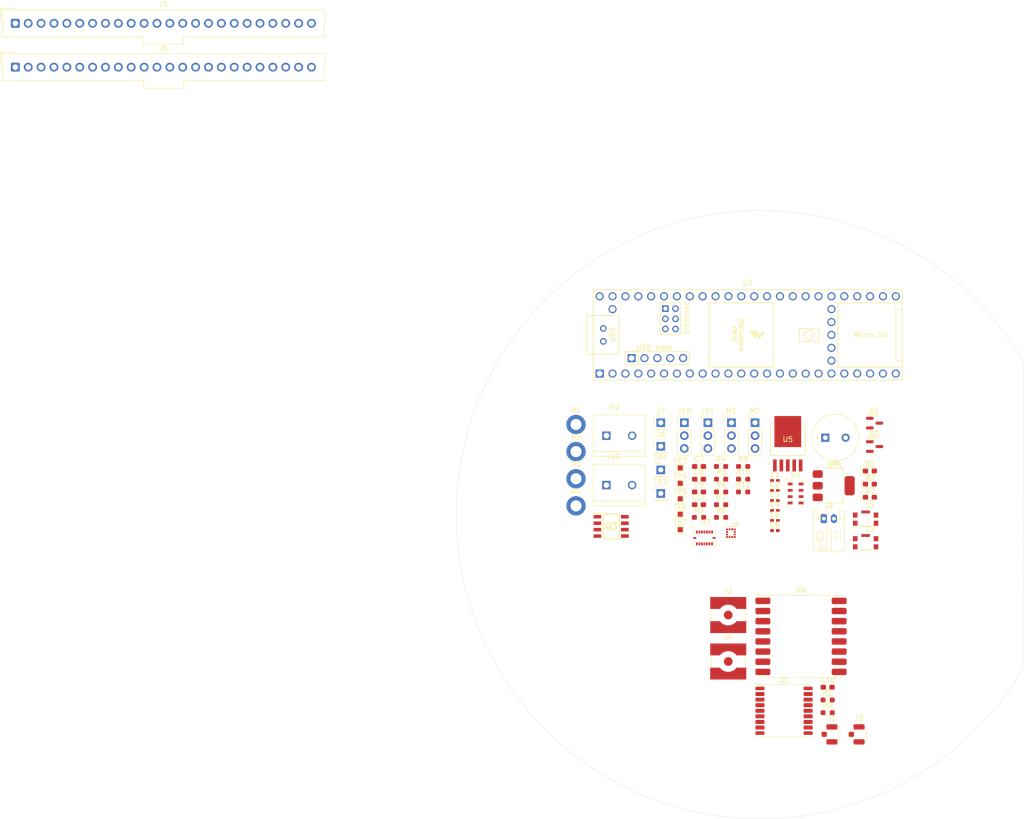
<source format=kicad_pcb>
(kicad_pcb (version 20240108) (generator "pcbnew") (generator_version "8.0")
  (layers (0 "F.Cu" signal) (31 "B.Cu" signal) (34 "B.Paste" user) (35 "F.Paste" user) (36 "B.SilkS" user "B.Silkscreen") (37 "F.SilkS" user "F.Silkscreen") (38 "B.Mask" user) (39 "F.Mask" user) (44 "Edge.Cuts" user))
  (net 0 "")
  (net 1 "/buzz_pwm")
  (net 2 "GND")
  (net 3 "/teensy_3.3v")
  (net 4 "Net-(U2-C1)")
  (net 5 "/VBATT")
  (net 6 "/ldo_6v")
  (net 7 "/ldo_5v")
  (net 8 "Net-(D1-A)")
  (net 9 "Net-(D2-A)")
  (net 10 "Net-(D3-A)")
  (net 11 "/LED2")
  (net 12 "/FREE12")
  (net 13 "/SENSE_miso")
  (net 14 "/FREE1")
  (net 15 "/radio_sck")
  (net 16 "/radio_dio2")
  (net 17 "/imu_accel_int1")
  (net 18 "/LED3")
  (net 19 "/radio_miso")
  (net 20 "/FREE5")
  (net 21 "/FREE11")
  (net 22 "/radio_cs")
  (net 23 "/FREE2")
  (net 24 "/SENSE_mosi")
  (net 25 "/radio_dio5")
  (net 26 "/radio_reset")
  (net 27 "/radio_mosi")
  (net 28 "/baro_cs")
  (net 29 "/LED1")
  (net 30 "/imu_gyro_int1")
  (net 31 "/radio_dio1")
  (net 32 "/radio_dio0")
  (net 33 "/servo1_pwm")
  (net 34 "/FREE6")
  (net 35 "/FREE8")
  (net 36 "/GPS_sda")
  (net 37 "/imu_gyro_cs")
  (net 38 "/PYRO1")
  (net 39 "/GPS_scl")
  (net 40 "/FREE10")
  (net 41 "/mag_cs")
  (net 42 "/SENSE_sck")
  (net 43 "/GPS_reset")
  (net 44 "/radio_dio3")
  (net 45 "/PYRO2")
  (net 46 "/radio_dio4")
  (net 47 "/FREE9")
  (net 48 "/GPS_int")
  (net 49 "/FREE7")
  (net 50 "/servo2_pwm")
  (net 51 "/imu_accel_cs")
  (net 52 "Net-(Q3-D1_1)")
  (net 53 "Net-(Q3-D2_1)")
  (net 54 "Net-(Q1-C)")
  (net 55 "Net-(Q1-B)")
  (net 56 "Net-(Q2-C)")
  (net 57 "Net-(Q2-B)")
  (net 58 "Net-(U5-ADJ)")
  (net 59 "Net-(U7-PROGRAM)")
  (net 60 "/teensy_onoff")
  (net 81 "Net-(J1-In)")
  (net 82 "Net-(J3-In)")
  (footprint "Connector_PinHeader_2.54mm:PinHeader_1x03_P2.54mm_Vertical" (layer "F.Cu") (at 144.28 81.859)
    (property "Reference" "M1" (at 0 -2.33 0) (layer "F.SilkS"))
    (property "Value" "Motor_Servo")
    (pad "1" thru_hole rect (at 0 0) (size 1.7 1.7) (drill 1) (layers "*.Cu" "*.Mask") (net 33 "/servo1_pwm"))
    (pad "2" thru_hole oval (at 0 2.54) (size 1.7 1.7) (drill 1) (layers "*.Cu" "*.Mask") (net 6 "/ldo_6v"))
    (pad "3" thru_hole oval (at 0 5.08) (size 1.7 1.7) (drill 1) (layers "*.Cu" "*.Mask") (net 2 "GND"))
  )
  (footprint "MountingHole:MountingHole_2.2mm_M2_DIN965_Pad" (layer "F.Cu") (at 113.62 92.909)
    (property "Reference" "H3" (at 0 -2.9 0) (layer "F.SilkS"))
    (property "Value" "MountingHole_Pad")
    (pad "1" thru_hole circle (at 0 0) (size 3.8 3.8) (drill 2.2) (layers "*.Cu" "*.Mask") (net 2 "GND"))
  )
  (footprint "Connector_PinHeader_2.54mm:PinHeader_1x01_P2.54mm_Vertical" (layer "F.Cu") (at 130.33 86.509)
    (property "Reference" "J8" (at 0 -2.33 0) (layer "F.SilkS"))
    (property "Value" "Conn_01x01")
    (pad "1" thru_hole rect (at 0 0) (size 1.7 1.7) (drill 1) (layers "*.Cu" "*.Mask") (net 2 "GND"))
  )
  (footprint "HPRfootprints:SOIC127P600X175-8N" (layer "F.Cu") (at 120.545 102.309)
    (property "Reference" "Q3" (at 0 0 0) (layer "F.SilkS") (effects (font (size 1.27 1.27) (thickness 0.254))))
    (property "Value" "SI4925DDY-T1-GE3" (hide yes))
    (pad "1" smd rect (at -2.712 -1.905 90) (size 0.7 1.525) (layers "F.Cu" "F.Paste" "F.Mask") (net 5 "/VBATT"))
    (pad "2" smd rect (at -2.712 -0.635 90) (size 0.7 1.525) (layers "F.Cu" "F.Paste" "F.Mask") (net 54 "Net-(Q1-C)"))
    (pad "3" smd rect (at -2.712 0.635 90) (size 0.7 1.525) (layers "F.Cu" "F.Paste" "F.Mask") (net 5 "/VBATT"))
    (pad "4" smd rect (at -2.712 1.905 90) (size 0.7 1.525) (layers "F.Cu" "F.Paste" "F.Mask") (net 56 "Net-(Q2-C)"))
    (pad "5" smd rect (at 2.712 1.905 90) (size 0.7 1.525) (layers "F.Cu" "F.Paste" "F.Mask") (net 53 "Net-(Q3-D2_1)"))
    (pad "6" smd rect (at 2.712 0.635 90) (size 0.7 1.525) (layers "F.Cu" "F.Paste" "F.Mask") (net 53 "Net-(Q3-D2_1)"))
    (pad "7" smd rect (at 2.712 -0.635 90) (size 0.7 1.525) (layers "F.Cu" "F.Paste" "F.Mask") (net 52 "Net-(Q3-D1_1)"))
    (pad "8" smd rect (at 2.712 -1.905 90) (size 0.7 1.525) (layers "F.Cu" "F.Paste" "F.Mask") (net 52 "Net-(Q3-D1_1)"))
  )
  (footprint "Connector_PinHeader_2.54mm:PinHeader_1x01_P2.54mm_Vertical" (layer "F.Cu") (at 130.33 95.809)
    (property "Reference" "TP2" (at 0 -2.33 0) (layer "F.SilkS"))
    (property "Value" "TestPoint")
    (pad "1" thru_hole rect (at 0 0) (size 1.7 1.7) (drill 1) (layers "*.Cu" "*.Mask") (net 7 "/ldo_5v"))
  )
  (footprint "Capacitor_SMD:C_0402_1005Metric_Pad0.74x0.62mm_HandSolder" (layer "F.Cu") (at 152.86 101.159)
    (property "Reference" "C5" (at 0 -1.16 0) (layer "F.SilkS"))
    (property "Value" "0.1uF")
    (pad "1" smd roundrect (at -0.5675 0) (size 0.735 0.62) (layers "F.Cu" "F.Paste" "F.Mask") (net 3 "/teensy_3.3v"))
    (pad "2" smd roundrect (at 0.5675 0) (size 0.735 0.62) (layers "F.Cu" "F.Paste" "F.Mask") (net 2 "GND"))
  )
  (footprint "Package_TO_SOT_SMD:SOT-23" (layer "F.Cu") (at 172.51 86.559)
    (property "Reference" "Q2" (at 0 -2.4 0) (layer "F.SilkS"))
    (property "Value" "MMBT3904")
    (pad "1" smd roundrect (at -0.9375 -0.95) (size 1.475 0.6) (layers "F.Cu" "F.Paste" "F.Mask") (net 57 "Net-(Q2-B)"))
    (pad "2" smd roundrect (at -0.9375 0.95) (size 1.475 0.6) (layers "F.Cu" "F.Paste" "F.Mask") (net 2 "GND"))
    (pad "3" smd roundrect (at 0.9375 0) (size 1.475 0.6) (layers "F.Cu" "F.Paste" "F.Mask") (net 56 "Net-(Q2-C)"))
  )
  (footprint "Resistor_SMD:R_0603_1608Metric_Pad0.98x0.95mm_HandSolder" (layer "F.Cu") (at 163.25 139.049)
    (property "Reference" "R2" (at 0 -1.43 0) (layer "F.SilkS"))
    (property "Value" "4.7k")
    (pad "1" smd roundrect (at -0.9125 0) (size 0.975 0.95) (layers "F.Cu" "F.Paste" "F.Mask") (net 3 "/teensy_3.3v"))
    (pad "2" smd roundrect (at 0.9125 0) (size 0.975 0.95) (layers "F.Cu" "F.Paste" "F.Mask") (net 36 "/GPS_sda"))
  )
  (footprint "HPRfootprints:TE_282837-2" (layer "F.Cu") (at 122.15 84.409)
    (property "Reference" "J12" (at -1.127255 -5.614945 0) (layer "F.SilkS") (effects (font (size 1.002039 1.002039))))
    (property "Value" "282837-2")
    (pad "1" thru_hole rect (at -2.54 0) (size 1.65 1.65) (drill 1.1) (layers "*.Cu" "*.Mask") (net 52 "Net-(Q3-D1_1)"))
    (pad "2" thru_hole circle (at 2.54 0) (size 1.65 1.65) (drill 1.1) (layers "*.Cu" "*.Mask") (net 2 "GND"))
  )
  (footprint "Capacitor_SMD:C_0402_1005Metric_Pad0.74x0.62mm_HandSolder" (layer "F.Cu") (at 152.86 93.279)
    (property "Reference" "C1" (at 0 -1.16 0) (layer "F.SilkS"))
    (property "Value" "0.1uF")
    (pad "1" smd roundrect (at -0.5675 0) (size 0.735 0.62) (layers "F.Cu" "F.Paste" "F.Mask") (net 3 "/teensy_3.3v"))
    (pad "2" smd roundrect (at 0.5675 0) (size 0.735 0.62) (layers "F.Cu" "F.Paste" "F.Mask") (net 2 "GND"))
  )
  (footprint "Connector_PinHeader_2.54mm:PinHeader_1x01_P2.54mm_Vertical" (layer "F.Cu") (at 130.33 91.159)
    (property "Reference" "TP1" (at 0 -2.33 0) (layer "F.SilkS"))
    (property "Value" "TestPoint")
    (pad "1" thru_hole rect (at 0 0) (size 1.7 1.7) (drill 1) (layers "*.Cu" "*.Mask") (net 6 "/ldo_6v"))
  )
  (footprint "Capacitor_SMD:C_0402_1005Metric_Pad0.74x0.62mm_HandSolder" (layer "F.Cu") (at 152.86 99.189)
    (property "Reference" "C4" (at 0 -1.16 0) (layer "F.SilkS"))
    (property "Value" "100nF")
    (pad "1" smd roundrect (at -0.5675 0) (size 0.735 0.62) (layers "F.Cu" "F.Paste" "F.Mask") (net 3 "/teensy_3.3v"))
    (pad "2" smd roundrect (at 0.5675 0) (size 0.735 0.62) (layers "F.Cu" "F.Paste" "F.Mask") (net 2 "GND"))
  )
  (footprint "HPRfootprints:PQFN50P450X300X100-16N" (layer "F.Cu") (at 138.945 104.584)
    (property "Reference" "U3" (at 0.178 -3.121 0) (layer "F.SilkS"))
    (property "Value" "BMI088")
    (pad "1" smd rect (at -1.5 -1.165) (size 0.35 0.59) (layers "F.Cu" "F.Paste" "F.Mask"))
    (pad "2" smd rect (at -1 -1.165) (size 0.35 0.59) (layers "F.Cu" "F.Paste" "F.Mask") (net 2 "GND"))
    (pad "3" smd rect (at -0.5 -1.165) (size 0.35 0.59) (layers "F.Cu" "F.Paste" "F.Mask") (net 3 "/teensy_3.3v"))
    (pad "4" smd rect (at 0 -1.165) (size 0.35 0.59) (layers "F.Cu" "F.Paste" "F.Mask") (net 2 "GND"))
    (pad "5" smd rect (at 0.5 -1.165) (size 0.35 0.59) (layers "F.Cu" "F.Paste" "F.Mask") (net 37 "/imu_gyro_cs"))
    (pad "6" smd rect (at 1 -1.165) (size 0.35 0.59) (layers "F.Cu" "F.Paste" "F.Mask") (net 2 "GND"))
    (pad "7" smd rect (at 1.5 -1.165) (size 0.35 0.59) (layers "F.Cu" "F.Paste" "F.Mask") (net 2 "GND"))
    (pad "8" smd rect (at 1.915 0) (size 0.59 0.35) (layers "F.Cu" "F.Paste" "F.Mask") (net 42 "/SENSE_sck"))
    (pad "9" smd rect (at 1.5 1.165) (size 0.35 0.59) (layers "F.Cu" "F.Paste" "F.Mask") (net 24 "/SENSE_mosi"))
    (pad "10" smd rect (at 1 1.165) (size 0.35 0.59) (layers "F.Cu" "F.Paste" "F.Mask") (net 13 "/SENSE_miso"))
    (pad "11" smd rect (at 0.5 1.165) (size 0.35 0.59) (layers "F.Cu" "F.Paste" "F.Mask") (net 3 "/teensy_3.3v"))
    (pad "12" smd rect (at 0 1.165) (size 0.35 0.59) (layers "F.Cu" "F.Paste" "F.Mask") (net 30 "/imu_gyro_int1"))
    (pad "13" smd rect (at -0.5 1.165) (size 0.35 0.59) (layers "F.Cu" "F.Paste" "F.Mask"))
    (pad "14" smd rect (at -1 1.165) (size 0.35 0.59) (layers "F.Cu" "F.Paste" "F.Mask") (net 51 "/imu_accel_cs"))
    (pad "15" smd rect (at -1.5 1.165) (size 0.35 0.59) (layers "F.Cu" "F.Paste" "F.Mask") (net 13 "/SENSE_miso"))
    (pad "16" smd rect (at -1.915 0) (size 0.59 0.35) (layers "F.Cu" "F.Paste" "F.Mask") (net 17 "/imu_accel_int1"))
  )
  (footprint "HPRfootprints:PQFN50P200X200X70-12N" (layer "F.Cu") (at 144.165 103.6475)
    (property "Reference" "U2" (at 0.932 -1.8064 0) (layer "F.SilkS") (effects (font (size 0.64 0.64))))
    (property "Value" "LIS2MDLTR")
    (pad "1" smd roundrect (at -0.76 -0.75) (size 0.41 0.35) (layers "F.Cu" "F.Paste" "F.Mask") (net 42 "/SENSE_sck"))
    (pad "2" smd roundrect (at -0.76 -0.25) (size 0.41 0.35) (layers "F.Cu" "F.Paste" "F.Mask"))
    (pad "3" smd roundrect (at -0.76 0.25) (size 0.41 0.35) (layers "F.Cu" "F.Paste" "F.Mask") (net 41 "/mag_cs"))
    (pad "4" smd roundrect (at -0.76 0.75) (size 0.41 0.35) (layers "F.Cu" "F.Paste" "F.Mask") (net 24 "/SENSE_mosi"))
    (pad "5" smd roundrect (at -0.25 0.76) (size 0.35 0.41) (layers "F.Cu" "F.Paste" "F.Mask") (net 4 "Net-(U2-C1)"))
    (pad "6" smd roundrect (at 0.25 0.76) (size 0.35 0.41) (layers "F.Cu" "F.Paste" "F.Mask") (net 2 "GND"))
    (pad "7" smd roundrect (at 0.76 0.75) (size 0.41 0.35) (layers "F.Cu" "F.Paste" "F.Mask") (net 13 "/SENSE_miso"))
    (pad "8" smd roundrect (at 0.76 0.25) (size 0.41 0.35) (layers "F.Cu" "F.Paste" "F.Mask") (net 2 "GND"))
    (pad "9" smd roundrect (at 0.76 -0.25) (size 0.41 0.35) (layers "F.Cu" "F.Paste" "F.Mask") (net 3 "/teensy_3.3v"))
    (pad "10" smd roundrect (at 0.76 -0.75) (size 0.41 0.35) (layers "F.Cu" "F.Paste" "F.Mask") (net 3 "/teensy_3.3v"))
    (pad "11" smd roundrect (at 0.25 -0.76) (size 0.35 0.41) (layers "F.Cu" "F.Paste" "F.Mask"))
    (pad "12" smd roundrect (at -0.25 -0.76) (size 0.35 0.41) (layers "F.Cu" "F.Paste" "F.Mask"))
  )
  (footprint "Connector_JST:JST_PH_S2B-PH-K_1x02_P2.00mm_Horizontal" (layer "F.Cu") (at 162.49 100.779)
    (property "Reference" "J9" (at 1 -2.55 0) (layer "F.SilkS"))
    (property "Value" "Conn_01x02")
    (pad "1" thru_hole roundrect (at 0 0) (size 1.2 1.75) (drill 0.75) (layers "*.Cu" "*.Mask") (roundrect_rratio 0.208333) (net 5 "/VBATT"))
    (pad "2" thru_hole oval (at 2 0) (size 1.2 1.75) (drill 0.75) (layers "*.Cu" "*.Mask") (net 2 "GND"))
  )
  (footprint "Connector_Molex:Molex_SL_171971-0024_1x24_P2.54mm_Vertical" (layer "F.Cu") (at 3.025 11.725)
    (property "Reference" "J6" (at 29.21 -3.75 0) (layer "F.SilkS"))
    (property "Value" "Conn_01x24")
    (pad "1" thru_hole roundrect (at 0 0) (size 1.74 1.74) (drill 1.09) (layers "*.Cu" "*.Mask") (roundrect_rratio 0.143678) (net 1 "/buzz_pwm"))
    (pad "2" thru_hole circle (at 2.54 0) (size 1.74 1.74) (drill 1.09) (layers "*.Cu" "*.Mask") (net 44 "/radio_dio3"))
    (pad "3" thru_hole circle (at 5.08 0) (size 1.74 1.74) (drill 1.09) (layers "*.Cu" "*.Mask") (net 46 "/radio_dio4"))
    (pad "4" thru_hole circle (at 7.62 0) (size 1.74 1.74) (drill 1.09) (layers "*.Cu" "*.Mask") (net 37 "/imu_gyro_cs"))
    (pad "5" thru_hole circle (at 10.16 0) (size 1.74 1.74) (drill 1.09) (layers "*.Cu" "*.Mask") (net 51 "/imu_accel_cs"))
    (pad "6" thru_hole circle (at 12.7 0) (size 1.74 1.74) (drill 1.09) (layers "*.Cu" "*.Mask") (net 41 "/mag_cs"))
    (pad "7" thru_hole circle (at 15.24 0) (size 1.74 1.74) (drill 1.09) (layers "*.Cu" "*.Mask") (net 34 "/FREE6"))
    (pad "8" thru_hole circle (at 17.78 0) (size 1.74 1.74) (drill 1.09) (layers "*.Cu" "*.Mask") (net 38 "/PYRO1"))
    (pad "9" thru_hole circle (at 20.32 0) (size 1.74 1.74) (drill 1.09) (layers "*.Cu" "*.Mask") (net 45 "/PYRO2"))
    (pad "10" thru_hole circle (at 22.86 0) (size 1.74 1.74) (drill 1.09) (layers "*.Cu" "*.Mask") (net 2 "GND"))
    (pad "11" thru_hole circle (at 25.4 0) (size 1.74 1.74) (drill 1.09) (layers "*.Cu" "*.Mask") (net 42 "/SENSE_sck"))
    (pad "12" thru_hole circle (at 27.94 0) (size 1.74 1.74) (drill 1.09) (layers "*.Cu" "*.Mask") (net 50 "/servo2_pwm"))
    (pad "13" thru_hole circle (at 30.48 0) (size 1.74 1.74) (drill 1.09) (layers "*.Cu" "*.Mask") (net 33 "/servo1_pwm"))
    (pad "14" thru_hole circle (at 33.02 0) (size 1.74 1.74) (drill 1.09) (layers "*.Cu" "*.Mask") (net 40 "/FREE10"))
    (pad "15" thru_hole circle (at 35.56 0) (size 1.74 1.74) (drill 1.09) (layers "*.Cu" "*.Mask") (net 47 "/FREE9"))
    (pad "16" thru_hole circle (at 38.1 0) (size 1.74 1.74) (drill 1.09) (layers "*.Cu" "*.Mask") (net 36 "/GPS_sda"))
    (pad "17" thru_hole circle (at 40.64 0) (size 1.74 1.74) (drill 1.09) (layers "*.Cu" "*.Mask") (net 39 "/GPS_scl"))
    (pad "18" thru_hole circle (at 43.18 0) (size 1.74 1.74) (drill 1.09) (layers "*.Cu" "*.Mask") (net 43 "/GPS_reset"))
    (pad "19" thru_hole circle (at 45.72 0) (size 1.74 1.74) (drill 1.09) (layers "*.Cu" "*.Mask") (net 48 "/GPS_int"))
    (pad "20" thru_hole circle (at 48.26 0) (size 1.74 1.74) (drill 1.09) (layers "*.Cu" "*.Mask") (net 35 "/FREE8"))
    (pad "21" thru_hole circle (at 50.8 0) (size 1.74 1.74) (drill 1.09) (layers "*.Cu" "*.Mask") (net 49 "/FREE7"))
    (pad "22" thru_hole circle (at 53.34 0) (size 1.74 1.74) (drill 1.09) (layers "*.Cu" "*.Mask") (net 3 "/teensy_3.3v"))
    (pad "23" thru_hole circle (at 55.88 0) (size 1.74 1.74) (drill 1.09) (layers "*.Cu" "*.Mask") (net 2 "GND"))
    (pad "24" thru_hole circle (at 58.42 0) (size 1.74 1.74) (drill 1.09) (layers "*.Cu" "*.Mask") (net 7 "/ldo_5v"))
  )
  (footprint "Connector_PinHeader_2.54mm:PinHeader_1x03_P2.54mm_Vertical" (layer "F.Cu") (at 134.98 81.859)
    (property "Reference" "J10" (at 0 -2.33 0) (layer "F.SilkS"))
    (property "Value" "Conn_01x03")
    (pad "1" thru_hole rect (at 0 0) (size 1.7 1.7) (drill 1) (layers "*.Cu" "*.Mask") (net 7 "/ldo_5v"))
    (pad "2" thru_hole oval (at 0 2.54) (size 1.7 1.7) (drill 1) (layers "*.Cu" "*.Mask") (net 7 "/ldo_5v"))
    (pad "3" thru_hole oval (at 0 5.08) (size 1.7 1.7) (drill 1) (layers "*.Cu" "*.Mask") (net 7 "/ldo_5v"))
  )
  (footprint "Capacitor_SMD:C_0603_1608Metric_Pad1.08x0.95mm_HandSolder" (layer "F.Cu") (at 137.88 90.489)
    (property "Reference" "C7" (at 0 -1.43 0) (layer "F.SilkS"))
    (property "Value" "10uF")
    (pad "1" smd roundrect (at -0.8625 0) (size 1.075 0.95) (layers "F.Cu" "F.Paste" "F.Mask") (net 5 "/VBATT"))
    (pad "2" smd roundrect (at 0.8625 0) (size 1.075 0.95) (layers "F.Cu" "F.Paste" "F.Mask") (net 2 "GND"))
  )
  (footprint "Resistor_SMD:R_0603_1608Metric_Pad0.98x0.95mm_HandSolder" (layer "F.Cu") (at 142.23 90.489)
    (property "Reference" "R4" (at 0 -1.43 0) (layer "F.SilkS"))
    (property "Value" "4.7k")
    (pad "1" smd roundrect (at -0.9125 0) (size 0.975 0.95) (layers "F.Cu" "F.Paste" "F.Mask") (net 58 "Net-(U5-ADJ)"))
    (pad "2" smd roundrect (at 0.9125 0) (size 0.975 0.95) (layers "F.Cu" "F.Paste" "F.Mask") (net 6 "/ldo_6v"))
  )
  (footprint "LED_SMD:LED_0603_1608Metric_Pad1.05x0.95mm_HandSolder" (layer "F.Cu") (at 171.585 91.379)
    (property "Reference" "D1" (at 0 -1.43 0) (layer "F.SilkS"))
    (property "Value" "LED")
    (pad "1" smd roundrect (at -0.875 0) (size 1.05 0.95) (layers "F.Cu" "F.Paste" "F.Mask") (net 2 "GND"))
    (pad "2" smd roundrect (at 0.875 0) (size 1.05 0.95) (layers "F.Cu" "F.Paste" "F.Mask") (net 8 "Net-(D1-A)"))
  )
  (footprint "Connector_Coaxial:SMA_Amphenol_132134-10_Vertical" (layer "F.Cu") (at 143.64 119.789)
    (property "Reference" "J2" (at 0 -4.75 0) (layer "F.SilkS"))
    (property "Value" "Conn_Coaxial")
    (pad "1" smd circle (at 0 0 90) (size 1.73 1.73) (layers "F.Cu" "F.Paste" "F.Mask") (net 81 "Net-(J1-In)"))
    (pad "2" smd custom (at 0 -2.8 180) (size 7.11 1.51) (layers "F.Cu" "F.Paste" "F.Mask") (net 2 "GND") (options (clearance outline) (anchor rect)) (primitives (gr_poly (pts (xy -1.5 -1.42) (xy -1.36 -1.28) (xy -1.205 -1.155) (xy -1.035 -1.045) (xy -0.86 -0.95) (xy -0.675 -0.875) (xy -0.48 -0.82) (xy -0.28 -0.78) (xy -0.085 -0.765) (xy 0 -0.765) (xy 0 0.755) (xy -3.555 0.755) (xy -3.555 -1.595) (xy -1.645 -1.595)) (width 0) (fill yes)) (gr_poly (pts (xy 3.555 0.755) (xy 0 0.755) (xy 0 -0.765) (xy 0.085 -0.765) (xy 0.28 -0.78) (xy 0.48 -0.82) (xy 0.675 -0.875) (xy 0.86 -0.95) (xy 1.035 -1.045) (xy 1.205 -1.155) (xy 1.36 -1.28) (xy 1.5 -1.42) (xy 1.645 -1.595) (xy 3.555 -1.595)) (width 0) (fill yes))))
    (pad "2" smd custom (at 0 2.8) (size 7.11 1.51) (layers "F.Cu" "F.Paste" "F.Mask") (net 2 "GND") (options (clearance outline) (anchor rect)) (primitives (gr_poly (pts (xy -1.5 -1.42) (xy -1.36 -1.28) (xy -1.205 -1.155) (xy -1.035 -1.045) (xy -0.86 -0.95) (xy -0.675 -0.875) (xy -0.48 -0.82) (xy -0.28 -0.78) (xy -0.085 -0.765) (xy 0 -0.765) (xy 0 0.755) (xy -3.555 0.755) (xy -3.555 -1.595) (xy -1.645 -1.595)) (width 0) (fill yes)) (gr_poly (pts (xy 3.555 0.755) (xy 0 0.755) (xy 0 -0.765) (xy 0.085 -0.765) (xy 0.28 -0.78) (xy 0.48 -0.82) (xy 0.675 -0.875) (xy 0.86 -0.95) (xy 1.035 -1.045) (xy 1.205 -1.155) (xy 1.36 -1.28) (xy 1.5 -1.42) (xy 1.645 -1.595) (xy 3.555 -1.595)) (width 0) (fill yes))))
  )
  (footprint "Connector_PinHeader_2.54mm:PinHeader_1x03_P2.54mm_Vertical" (layer "F.Cu") (at 148.93 81.859)
    (property "Reference" "M2" (at 0 -2.33 0) (layer "F.SilkS"))
    (property "Value" "Motor_Servo")
    (pad "1" thru_hole rect (at 0 0) (size 1.7 1.7) (drill 1) (layers "*.Cu" "*.Mask") (net 50 "/servo2_pwm"))
    (pad "2" thru_hole oval (at 0 2.54) (size 1.7 1.7) (drill 1) (layers "*.Cu" "*.Mask") (net 6 "/ldo_6v"))
    (pad "3" thru_hole oval (at 0 5.08) (size 1.7 1.7) (drill 1) (layers "*.Cu" "*.Mask") (net 2 "GND"))
  )
  (footprint "HPRfootprints:Teensy41" (layer "F.Cu") (at 147.49 64.54)
    (property "Reference" "U7" (at 0 -10.16 0) (layer "F.SilkS"))
    (property "Value" "Teensy4.1")
    (fp_text user "DVJ6A" (at -2.54 -0.18 -90) (layer "F.SilkS") (effects (font (size 0.7 0.7))))
    (fp_text user "Micro SD" (at 24.13 0 0) (layer "F.SilkS"))
    (fp_text user "MIMXRT1062" (at -1.27 0 -90) (layer "F.SilkS") (effects (font (size 0.7 0.7))))
    (fp_text user "USB Host" (at -18.4658 2.4892 0) (layer "F.SilkS"))
    (fp_text user "Ethernet" (at -12.065 -3.2766 90) (layer "F.SilkS"))
    (fp_text user "USB" (at -26.67 0 -90) (layer "F.SilkS"))
    (pad "1" thru_hole rect (at -29.21 7.62) (size 1.6 1.6) (drill 1.1) (layers "*.Cu" "*.Mask") (net 2 "GND"))
    (pad "2" thru_hole circle (at -26.67 7.62) (size 1.6 1.6) (drill 1.1) (layers "*.Cu" "*.Mask") (net 26 "/radio_reset"))
    (pad "3" thru_hole circle (at -24.13 7.62) (size 1.6 1.6) (drill 1.1) (layers "*.Cu" "*.Mask") (net 19 "/radio_miso"))
    (pad "4" thru_hole circle (at -21.59 7.62) (size 1.6 1.6) (drill 1.1) (layers "*.Cu" "*.Mask") (net 18 "/LED3"))
    (pad "5" thru_hole circle (at -19.05 7.62) (size 1.6 1.6) (drill 1.1) (layers "*.Cu" "*.Mask") (net 11 "/LED2"))
    (pad "6" thru_hole circle (at -16.51 7.62) (size 1.6 1.6) (drill 1.1) (layers "*.Cu" "*.Mask") (net 29 "/LED1"))
    (pad "7" thru_hole circle (at -13.97 7.62) (size 1.6 1.6) (drill 1.1) (layers "*.Cu" "*.Mask") (net 21 "/FREE11"))
    (pad "8" thru_hole circle (at -11.43 7.62) (size 1.6 1.6) (drill 1.1) (layers "*.Cu" "*.Mask") (net 12 "/FREE12"))
    (pad "9" thru_hole circle (at -8.89 7.62) (size 1.6 1.6) (drill 1.1) (layers "*.Cu" "*.Mask") (net 20 "/FREE5"))
    (pad "10" thru_hole circle (at -6.35 7.62) (size 1.6 1.6) (drill 1.1) (layers "*.Cu" "*.Mask") (net 14 "/FREE1"))
    (pad "11" thru_hole circle (at -3.81 7.62) (size 1.6 1.6) (drill 1.1) (layers "*.Cu" "*.Mask") (net 23 "/FREE2"))
    (pad "12" thru_hole circle (at -1.27 7.62) (size 1.6 1.6) (drill 1.1) (layers "*.Cu" "*.Mask") (net 28 "/baro_cs"))
    (pad "13" thru_hole circle (at 1.27 7.62) (size 1.6 1.6) (drill 1.1) (layers "*.Cu" "*.Mask") (net 24 "/SENSE_mosi"))
    (pad "14" thru_hole circle (at 3.81 7.62) (size 1.6 1.6) (drill 1.1) (layers "*.Cu" "*.Mask") (net 13 "/SENSE_miso"))
    (pad "15" thru_hole circle (at 6.35 7.62) (size 1.6 1.6) (drill 1.1) (layers "*.Cu" "*.Mask") (net 3 "/teensy_3.3v"))
    (pad "16" thru_hole circle (at 8.89 7.62) (size 1.6 1.6) (drill 1.1) (layers "*.Cu" "*.Mask") (net 17 "/imu_accel_int1"))
    (pad "17" thru_hole circle (at 11.43 7.62) (size 1.6 1.6) (drill 1.1) (layers "*.Cu" "*.Mask") (net 30 "/imu_gyro_int1"))
    (pad "18" thru_hole circle (at 13.97 7.62) (size 1.6 1.6) (drill 1.1) (layers "*.Cu" "*.Mask") (net 27 "/radio_mosi"))
    (pad "19" thru_hole circle (at 16.51 7.62) (size 1.6 1.6) (drill 1.1) (layers "*.Cu" "*.Mask") (net 15 "/radio_sck"))
    (pad "20" thru_hole circle (at 19.05 7.62) (size 1.6 1.6) (drill 1.1) (layers "*.Cu" "*.Mask") (net 22 "/radio_cs"))
    (pad "21" thru_hole circle (at 21.59 7.62) (size 1.6 1.6) (drill 1.1) (layers "*.Cu" "*.Mask") (net 32 "/radio_dio0"))
    (pad "22" thru_hole circle (at 24.13 7.62) (size 1.6 1.6) (drill 1.1) (layers "*.Cu" "*.Mask") (net 31 "/radio_dio1"))
    (pad "23" thru_hole circle (at 26.67 7.62) (size 1.6 1.6) (drill 1.1) (layers "*.Cu" "*.Mask") (net 16 "/radio_dio2"))
    (pad "24" thru_hole circle (at 29.21 7.62) (size 1.6 1.6) (drill 1.1) (layers "*.Cu" "*.Mask") (net 25 "/radio_dio5"))
    (pad "25" thru_hole circle (at 29.21 -7.62) (size 1.6 1.6) (drill 1.1) (layers "*.Cu" "*.Mask") (net 1 "/buzz_pwm"))
    (pad "26" thru_hole circle (at 26.67 -7.62) (size 1.6 1.6) (drill 1.1) (layers "*.Cu" "*.Mask") (net 44 "/radio_dio3"))
    (pad "27" thru_hole circle (at 24.13 -7.62) (size 1.6 1.6) (drill 1.1) (layers "*.Cu" "*.Mask") (net 46 "/radio_dio4"))
    (pad "28" thru_hole circle (at 21.59 -7.62) (size 1.6 1.6) (drill 1.1) (layers "*.Cu" "*.Mask") (net 37 "/imu_gyro_cs"))
    (pad "29" thru_hole circle (at 19.05 -7.62) (size 1.6 1.6) (drill 1.1) (layers "*.Cu" "*.Mask") (net 51 "/imu_accel_cs"))
    (pad "30" thru_hole circle (at 16.51 -7.62) (size 1.6 1.6) (drill 1.1) (layers "*.Cu" "*.Mask") (net 41 "/mag_cs"))
    (pad "31" thru_hole circle (at 13.97 -7.62) (size 1.6 1.6) (drill 1.1) (layers "*.Cu" "*.Mask") (net 34 "/FREE6"))
    (pad "32" thru_hole circle (at 11.43 -7.62) (size 1.6 1.6) (drill 1.1) (layers "*.Cu" "*.Mask") (net 38 "/PYRO1"))
    (pad "33" thru_hole circle (at 8.89 -7.62) (size 1.6 1.6) (drill 1.1) (layers "*.Cu" "*.Mask") (net 45 "/PYRO2"))
    (pad "34" thru_hole circle (at 6.35 -7.62) (size 1.6 1.6) (drill 1.1) (layers "*.Cu" "*.Mask") (net 2 "GND"))
    (pad "35" thru_hole circle (at 3.81 -7.62) (size 1.6 1.6) (drill 1.1) (layers "*.Cu" "*.Mask") (net 42 "/SENSE_sck"))
    (pad "36" thru_hole circle (at 1.27 -7.62) (size 1.6 1.6) (drill 1.1) (layers "*.Cu" "*.Mask") (net 50 "/servo2_pwm"))
    (pad "37" thru_hole circle (at -1.27 -7.62) (size 1.6 1.6) (drill 1.1) (layers "*.Cu" "*.Mask") (net 33 "/servo1_pwm"))
    (pad "38" thru_hole circle (at -3.81 -7.62) (size 1.6 1.6) (drill 1.1) (layers "*.Cu" "*.Mask") (net 40 "/FREE10"))
    (pad "39" thru_hole circle (at -6.35 -7.62) (size 1.6 1.6) (drill 1.1) (layers "*.Cu" "*.Mask") (net 47 "/FREE9"))
    (pad "40" thru_hole circle (at -8.89 -7.62) (size 1.6 1.6) (drill 1.1) (layers "*.Cu" "*.Mask") (net 36 "/GPS_sda"))
    (pad "41" thru_hole circle (at -11.43 -7.62) (size 1.6 1.6) (drill 1.1) (layers "*.Cu" "*.Mask") (net 39 "/GPS_scl"))
    (pad "42" thru_hole circle (at -13.97 -7.62) (size 1.6 1.6) (drill 1.1) (layers "*.Cu" "*.Mask") (net 43 "/GPS_reset"))
    (pad "43" thru_hole circle (at -16.51 -7.62) (size 1.6 1.6) (drill 1.1) (layers "*.Cu" "*.Mask") (net 48 "/GPS_int"))
    (pad "44" thru_hole circle (at -19.05 -7.62) (size 1.6 1.6) (drill 1.1) (layers "*.Cu" "*.Mask") (net 35 "/FREE8"))
    (pad "45" thru_hole circle (at -21.59 -7.62) (size 1.6 1.6) (drill 1.1) (layers "*.Cu" "*.Mask") (net 49 "/FREE7"))
    (pad "46" thru_hole circle (at -24.13 -7.62) (size 1.6 1.6) (drill 1.1) (layers "*.Cu" "*.Mask") (net 3 "/teensy_3.3v"))
    (pad "47" thru_hole circle (at -26.67 -7.62) (size 1.6 1.6) (drill 1.1) (layers "*.Cu" "*.Mask") (net 2 "GND"))
    (pad "48" thru_hole circle (at -29.21 -7.62) (size 1.6 1.6) (drill 1.1) (layers "*.Cu" "*.Mask") (net 7 "/ldo_5v"))
    (pad "49" thru_hole circle (at -26.67 -5.08) (size 1.6 1.6) (drill 1.1) (layers "*.Cu" "*.Mask"))
    (pad "50" thru_hole circle (at 16.51 5.08) (size 1.6 1.6) (drill 1.1) (layers "*.Cu" "*.Mask"))
    (pad "51" thru_hole circle (at 16.51 2.54) (size 1.6 1.6) (drill 1.1) (layers "*.Cu" "*.Mask") (net 3 "/teensy_3.3v"))
    (pad "52" thru_hole circle (at 16.51 0) (size 1.6 1.6) (drill 1.1) (layers "*.Cu" "*.Mask") (net 2 "GND"))
    (pad "53" thru_hole circle (at 16.51 -2.54) (size 1.6 1.6) (drill 1.1) (layers "*.Cu" "*.Mask") (net 59 "Net-(U7-PROGRAM)"))
    (pad "54" thru_hole circle (at 16.51 -5.08) (size 1.6 1.6) (drill 1.1) (layers "*.Cu" "*.Mask") (net 60 "/teensy_onoff"))
    (pad "55" thru_hole rect (at -22.9108 4.5692) (size 1.6 1.6) (drill 1.1) (layers "*.Cu" "*.Mask"))
    (pad "56" thru_hole circle (at -20.3708 4.5692) (size 1.6 1.6) (drill 1.1) (layers "*.Cu" "*.Mask"))
    (pad "57" thru_hole circle (at -17.8308 4.5692) (size 1.6 1.6) (drill 1.1) (layers "*.Cu" "*.Mask"))
    (pad "58" thru_hole circle (at -15.2908 4.5692) (size 1.6 1.6) (drill 1.1) (layers "*.Cu" "*.Mask"))
    (pad "59" thru_hole circle (at -12.7508 4.5692) (size 1.6 1.6) (drill 1.1) (layers "*.Cu" "*.Mask"))
    (pad "60" thru_hole rect (at -16.24 -5.1816) (size 1.3 1.3) (drill 0.8) (layers "*.Cu" "*.Mask"))
    (pad "61" thru_hole circle (at -16.24 -3.1816) (size 1.3 1.3) (drill 0.8) (layers "*.Cu" "*.Mask"))
    (pad "62" thru_hole circle (at -16.24 -1.1816) (size 1.3 1.3) (drill 0.8) (layers "*.Cu" "*.Mask"))
    (pad "63" thru_hole circle (at -14.24 -1.1816) (size 1.3 1.3) (drill 0.8) (layers "*.Cu" "*.Mask"))
    (pad "64" thru_hole circle (at -14.24 -3.1816) (size 1.3 1.3) (drill 0.8) (layers "*.Cu" "*.Mask"))
    (pad "65" thru_hole circle (at -14.24 -5.1816) (size 1.3 1.3) (drill 0.8) (layers "*.Cu" "*.Mask"))
    (pad "66" thru_hole circle (at -28.48 -1.27) (size 1.3 1.3) (drill 0.8) (layers "*.Cu" "*.Mask"))
    (pad "67" thru_hole circle (at -28.48 1.27) (size 1.3 1.3) (drill 0.8) (layers "*.Cu" "*.Mask"))
  )
  (footprint "Resistor_SMD:R_0603_1608Metric_Pad0.98x0.95mm_HandSolder" (layer "F.Cu") (at 163.25 136.539)
    (property "Reference" "R1" (at 0 -1.43 0) (layer "F.SilkS"))
    (property "Value" "4.7k")
    (pad "1" smd roundrect (at -0.9125 0) (size 0.975 0.95) (layers "F.Cu" "F.Paste" "F.Mask") (net 3 "/teensy_3.3v"))
    (pad "2" smd roundrect (at 0.9125 0) (size 0.975 0.95) (layers "F.Cu" "F.Paste" "F.Mask") (net 39 "/GPS_scl"))
  )
  (footprint "Package_LGA:LGA-8_3x5mm_P1.25mm" (layer "F.Cu") (at 156.935 95.814)
    (property "Reference" "U4" (at 0 -3.65 0) (layer "F.SilkS"))
    (property "Value" "MS5607-02BA")
    (pad "1" smd rect (at -1.075 -1.875) (size 0.95 0.55) (layers "F.Cu" "F.Paste" "F.Mask") (net 3 "/teensy_3.3v"))
    (pad "2" smd rect (at -1.075 -0.625) (size 0.95 0.55) (layers "F.Cu" "F.Paste" "F.Mask") (net 2 "GND"))
    (pad "3" smd rect (at -1.075 0.625) (size 0.95 0.55) (layers "F.Cu" "F.Paste" "F.Mask") (net 2 "GND"))
    (pad "4" smd rect (at -1.075 1.875) (size 0.95 0.55) (layers "F.Cu" "F.Paste" "F.Mask") (net 28 "/baro_cs"))
    (pad "5" smd rect (at 1.075 1.875) (size 0.95 0.55) (layers "F.Cu" "F.Paste" "F.Mask") (net 28 "/baro_cs"))
    (pad "6" smd rect (at 1.075 0.625) (size 0.95 0.55) (layers "F.Cu" "F.Paste" "F.Mask") (net 13 "/SENSE_miso"))
    (pad "7" smd rect (at 1.075 -0.625) (size 0.95 0.55) (layers "F.Cu" "F.Paste" "F.Mask") (net 24 "/SENSE_mosi"))
    (pad "8" smd rect (at 1.075 -1.875) (size 0.95 0.55) (layers "F.Cu" "F.Paste" "F.Mask") (net 42 "/SENSE_sck"))
  )
  (footprint "Capacitor_SMD:C_0402_1005Metric_Pad0.74x0.62mm_HandSolder" (layer "F.Cu") (at 152.86 103.129)
    (property "Reference" "C6" (at 0 -1.16 0) (layer "F.SilkS"))
    (property "Value" "10uF")
    (pad "1" smd roundrect (at -0.5675 0) (size 0.735 0.62) (layers "F.Cu" "F.Paste" "F.Mask") (net 3 "/teensy_3.3v"))
    (pad "2" smd roundrect (at 0.5675 0) (size 0.735 0.62) (layers "F.Cu" "F.Paste" "F.Mask") (net 2 "GND"))
  )
  (footprint "Capacitor_SMD:C_0603_1608Metric_Pad1.08x0.95mm_HandSolder" (layer "F.Cu") (at 137.88 98.019)
    (property "Reference" "C11" (at 0 -1.43 0) (layer "F.SilkS"))
    (property "Value" "10uF")
    (pad "1" smd roundrect (at -0.8625 0) (size 1.075 0.95) (layers "F.Cu" "F.Paste" "F.Mask") (net 7 "/ldo_5v"))
    (pad "2" smd roundrect (at 0.8625 0) (size 1.075 0.95) (layers "F.Cu" "F.Paste" "F.Mask") (net 2 "GND"))
  )
  (footprint "Capacitor_SMD:C_0402_1005Metric_Pad0.74x0.62mm_HandSolder" (layer "F.Cu") (at 152.86 97.219)
    (property "Reference" "C3" (at 0 -1.16 0) (layer "F.SilkS"))
    (property "Value" "0.1uF")
    (pad "1" smd roundrect (at -0.5675 0) (size 0.735 0.62) (layers "F.Cu" "F.Paste" "F.Mask") (net 3 "/teensy_3.3v"))
    (pad "2" smd roundrect (at 0.5675 0) (size 0.735 0.62) (layers "F.Cu" "F.Paste" "F.Mask") (net 2 "GND"))
  )
  (footprint "Package_TO_SOT_SMD:SOT-23" (layer "F.Cu") (at 172.51 81.934)
    (property "Reference" "Q1" (at 0 -2.4 0) (layer "F.SilkS"))
    (property "Value" "MMBT3904")
    (pad "1" smd roundrect (at -0.9375 -0.95) (size 1.475 0.6) (layers "F.Cu" "F.Paste" "F.Mask") (net 55 "Net-(Q1-B)"))
    (pad "2" smd roundrect (at -0.9375 0.95) (size 1.475 0.6) (layers "F.Cu" "F.Paste" "F.Mask") (net 2 "GND"))
    (pad "3" smd roundrect (at 0.9375 0) (size 1.475 0.6) (layers "F.Cu" "F.Paste" "F.Mask") (net 54 "Net-(Q1-C)"))
  )
  (footprint "Capacitor_SMD:C_0402_1005Metric_Pad0.74x0.62mm_HandSolder" (layer "F.Cu") (at 152.86 95.249)
    (property "Reference" "C2" (at 0 -1.16 0) (layer "F.SilkS"))
    (property "Value" "220nF")
    (pad "1" smd roundrect (at -0.5675 0) (size 0.735 0.62) (layers "F.Cu" "F.Paste" "F.Mask") (net 4 "Net-(U2-C1)"))
    (pad "2" smd roundrect (at 0.5675 0) (size 0.735 0.62) (layers "F.Cu" "F.Paste" "F.Mask") (net 2 "GND"))
  )
  (footprint "Capacitor_SMD:C_0603_1608Metric_Pad1.08x0.95mm_HandSolder" (layer "F.Cu") (at 137.88 92.999)
    (property "Reference" "C8" (at 0 -1.43 0) (layer "F.SilkS"))
    (property "Value" "22uF")
    (pad "1" smd roundrect (at -0.8625 0) (size 1.075 0.95) (layers "F.Cu" "F.Paste" "F.Mask") (net 6 "/ldo_6v"))
    (pad "2" smd roundrect (at 0.8625 0) (size 1.075 0.95) (layers "F.Cu" "F.Paste" "F.Mask") (net 2 "GND"))
  )
  (footprint "HPRfootprints:SW_KMR221GLFS" (layer "F.Cu") (at 170.74 100.879)
    (property "Reference" "S1" (at 0.926025 -2.687985 0) (layer "F.SilkS") (effects (font (size 1.00111 1.00111))))
    (property "Value" "KMR221GLFS")
    (pad "1" smd rect (at -2.05 -0.8) (size 0.9 1) (layers "F.Cu" "F.Paste" "F.Mask") (net 59 "Net-(U7-PROGRAM)"))
    (pad "2" smd rect (at -2.05 0.8) (size 0.9 1) (layers "F.Cu" "F.Paste" "F.Mask") (net 2 "GND"))
    (pad "3" smd rect (at 2.05 0.8) (size 0.9 1) (layers "F.Cu" "F.Paste" "F.Mask"))
    (pad "4" smd rect (at 2.05 -0.8) (size 0.9 1) (layers "F.Cu" "F.Paste" "F.Mask"))
    (pad "5" smd rect (at 0 -1.425) (size 1.7 0.55) (layers "F.Cu" "F.Paste" "F.Mask") (net 2 "GND"))
  )
  (footprint "Capacitor_SMD:C_0603_1608Metric_Pad1.08x0.95mm_HandSolder" (layer "F.Cu") (at 137.88 95.509)
    (property "Reference" "C9" (at 0 -1.43 0) (layer "F.SilkS"))
    (property "Value" "100nF")
    (pad "1" smd roundrect (at -0.8625 0) (size 1.075 0.95) (layers "F.Cu" "F.Paste" "F.Mask") (net 5 "/VBATT"))
    (pad "2" smd roundrect (at 0.8625 0) (size 1.075 0.95) (layers "F.Cu" "F.Paste" "F.Mask") (net 2 "GND"))
  )
  (footprint "MountingHole:MountingHole_2.2mm_M2_DIN965_Pad" (layer "F.Cu") (at 113.62 98.259)
    (property "Reference" "H4" (at 0 -2.9 0) (layer "F.SilkS"))
    (property "Value" "MountingHole_Pad")
    (pad "1" thru_hole circle (at 0 0) (size 3.8 3.8) (drill 2.2) (layers "*.Cu" "*.Mask") (net 2 "GND"))
  )
  (footprint "Connector_PinHeader_2.54mm:PinHeader_1x03_P2.54mm_Vertical" (layer "F.Cu") (at 139.63 81.859)
    (property "Reference" "J11" (at 0 -2.33 0) (layer "F.SilkS"))
    (property "Value" "Conn_01x03")
    (pad "1" thru_hole rect (at 0 0) (size 1.7 1.7) (drill 1) (layers "*.Cu" "*.Mask") (net 3 "/teensy_3.3v"))
    (pad "2" thru_hole oval (at 0 2.54) (size 1.7 1.7) (drill 1) (layers "*.Cu" "*.Mask") (net 3 "/teensy_3.3v"))
    (pad "3" thru_hole oval (at 0 5.08) (size 1.7 1.7) (drill 1) (layers "*.Cu" "*.Mask") (net 3 "/teensy_3.3v"))
  )
  (footprint "Resistor_SMD:R_0603_1608Metric_Pad0.98x0.95mm_HandSolder" (layer "F.Cu") (at 142.23 92.999)
    (property "Reference" "R5" (at 0 -1.43 0) (layer "F.SilkS"))
    (property "Value" "1K")
    (pad "1" smd roundrect (at -0.9125 0) (size 0.975 0.95) (layers "F.Cu" "F.Paste" "F.Mask") (net 38 "/PYRO1"))
    (pad "2" smd roundrect (at 0.9125 0) (size 0.975 0.95) (layers "F.Cu" "F.Paste" "F.Mask") (net 55 "Net-(Q1-B)"))
  )
  (footprint "Resistor_SMD:R_0603_1608Metric_Pad0.98x0.95mm_HandSolder" (layer "F.Cu") (at 142.23 95.509)
    (property "Reference" "R6" (at 0 -1.43 0) (layer "F.SilkS"))
    (property "Value" "1K")
    (pad "1" smd roundrect (at -0.9125 0) (size 0.975 0.95) (layers "F.Cu" "F.Paste" "F.Mask") (net 45 "/PYRO2"))
    (pad "2" smd roundrect (at 0.9125 0) (size 0.975 0.95) (layers "F.Cu" "F.Paste" "F.Mask") (net 57 "Net-(Q2-B)"))
  )
  (footprint "Connector_Coaxial:SMA_Amphenol_132134-10_Vertical" (layer "F.Cu") (at 143.64 128.959)
    (property "Reference" "J4" (at 0 -4.75 0) (layer "F.SilkS"))
    (property "Value" "Conn_Coaxial")
    (pad "1" smd circle (at 0 0 90) (size 1.73 1.73) (layers "F.Cu" "F.Paste" "F.Mask") (net 82 "Net-(J3-In)"))
    (pad "2" smd custom (at 0 -2.8 180) (size 7.11 1.51) (layers "F.Cu" "F.Paste" "F.Mask") (net 2 "GND") (options (clearance outline) (anchor rect)) (primitives (gr_poly (pts (xy -1.5 -1.42) (xy -1.36 -1.28) (xy -1.205 -1.155) (xy -1.035 -1.045) (xy -0.86 -0.95) (xy -0.675 -0.875) (xy -0.48 -0.82) (xy -0.28 -0.78) (xy -0.085 -0.765) (xy 0 -0.765) (xy 0 0.755) (xy -3.555 0.755) (xy -3.555 -1.595) (xy -1.645 -1.595)) (width 0) (fill yes)) (gr_poly (pts (xy 3.555 0.755) (xy 0 0.755) (xy 0 -0.765) (xy 0.085 -0.765) (xy 0.28 -0.78) (xy 0.48 -0.82) (xy 0.675 -0.875) (xy 0.86 -0.95) (xy 1.035 -1.045) (xy 1.205 -1.155) (xy 1.36 -1.28) (xy 1.5 -1.42) (xy 1.645 -1.595) (xy 3.555 -1.595)) (width 0) (fill yes))))
    (pad "2" smd custom (at 0 2.8) (size 7.11 1.51) (layers "F.Cu" "F.Paste" "F.Mask") (net 2 "GND") (options (clearance outline) (anchor rect)) (primitives (gr_poly (pts (xy -1.5 -1.42) (xy -1.36 -1.28) (xy -1.205 -1.155) (xy -1.035 -1.045) (xy -0.86 -0.95) (xy -0.675 -0.875) (xy -0.48 -0.82) (xy -0.28 -0.78) (xy -0.085 -0.765) (xy 0 -0.765) (xy 0 0.755) (xy -3.555 0.755) (xy -3.555 -1.595) (xy -1.645 -1.595)) (width 0) (fill yes)) (gr_poly (pts (xy 3.555 0.755) (xy 0 0.755) (xy 0 -0.765) (xy 0.085 -0.765) (xy 0.28 -0.78) (xy 0.48 -0.82) (xy 0.675 -0.875) (xy 0.86 -0.95) (xy 1.035 -1.045) (xy 1.205 -1.155) (xy 1.36 -1.28) (xy 1.5 -1.42) (xy 1.645 -1.595) (xy 3.555 -1.595)) (width 0) (fill yes))))
  )
  (footprint "Resistor_SMD:R_0603_1608Metric_Pad0.98x0.95mm_HandSolder" (layer "F.Cu") (at 142.23 100.529)
    (property "Reference" "R8" (at 0 -1.43 0) (layer "F.SilkS"))
    (property "Value" "10K")
    (pad "1" smd roundrect (at -0.9125 0) (size 0.975 0.95) (layers "F.Cu" "F.Paste" "F.Mask") (net 5 "/VBATT"))
    (pad "2" smd roundrect (at 0.9125 0) (size 0.975 0.95) (layers "F.Cu" "F.Paste" "F.Mask") (net 56 "Net-(Q2-C)"))
  )
  (footprint "RF_GPS:ublox_MAX" (layer "F.Cu") (at 154.65 138.674)
    (property "Reference" "U1" (at 0 -6 0) (layer "F.SilkS"))
    (property "Value" "MAX-M10S")
    (pad "1" smd roundrect (at -4.75 -4.4) (size 1.8 0.7) (layers "F.Cu" "F.Paste" "F.Mask") (net 2 "GND"))
    (pad "2" smd roundrect (at -4.75 -3.3) (size 1.8 0.8) (layers "F.Cu" "F.Paste" "F.Mask"))
    (pad "3" smd roundrect (at -4.75 -2.2) (size 1.8 0.8) (layers "F.Cu" "F.Paste" "F.Mask"))
    (pad "4" smd roundrect (at -4.75 -1.1) (size 1.8 0.8) (layers "F.Cu" "F.Paste" "F.Mask"))
    (pad "5" smd roundrect (at -4.75 0) (size 1.8 0.8) (layers "F.Cu" "F.Paste" "F.Mask") (net 48 "/GPS_int"))
    (pad "6" smd roundrect (at -4.75 1.1) (size 1.8 0.8) (layers "F.Cu" "F.Paste" "F.Mask") (net 3 "/teensy_3.3v"))
    (pad "7" smd roundrect (at -4.75 2.2) (size 1.8 0.8) (layers "F.Cu" "F.Paste" "F.Mask") (net 3 "/teensy_3.3v"))
    (pad "8" smd roundrect (at -4.75 3.3) (size 1.8 0.8) (layers "F.Cu" "F.Paste" "F.Mask") (net 3 "/teensy_3.3v"))
    (pad "9" smd roundrect (at -4.75 4.4) (size 1.8 0.7) (layers "F.Cu" "F.Paste" "F.Mask") (net 43 "/GPS_reset"))
    (pad "10" smd roundrect (at 4.75 4.4) (size 1.8 0.7) (layers "F.Cu" "F.Paste" "F.Mask") (net 2 "GND"))
    (pad "11" smd roundrect (at 4.75 3.3) (size 1.8 0.8) (layers "F.Cu" "F.Paste" "F.Mask") (net 81 "Net-(J1-In)"))
    (pad "12" smd roundrect (at 4.75 2.2) (size 1.8 0.8) (layers "F.Cu" "F.Paste" "F.Mask") (net 2 "GND"))
    (pad "13" smd roundrect (at 4.75 1.1) (size 1.8 0.8) (layers "F.Cu" "F.Paste" "F.Mask"))
    (pad "14" smd roundrect (at 4.75 0) (size 1.8 0.8) (layers "F.Cu" "F.Paste" "F.Mask") (net 3 "/teensy_3.3v"))
    (pad "15" smd roundrect (at 4.75 -1.1) (size 1.8 0.8) (layers "F.Cu" "F.Paste" "F.Mask"))
    (pad "16" smd roundrect (at 4.75 -2.2) (size 1.8 0.8) (layers "F.Cu" "F.Paste" "F.Mask") (net 36 "/GPS_sda"))
    (pad "17" smd roundrect (at 4.75 -3.3) (size 1.8 0.8) (layers "F.Cu" "F.Paste" "F.Mask") (net 39 "/GPS_scl"))
    (pad "18" smd roundrect (at 4.75 -4.4) (size 1.8 0.7) (layers "F.Cu" "F.Paste" "F.Mask"))
  )
  (footprint "Package_TO_SOT_SMD:SOT-223-3_TabPin2" (layer "F.Cu") (at 164.44 94.284)
    (property "Reference" "U8" (at 0 -4.5 0) (layer "F.SilkS"))
    (property "Value" "LD1117S50TR_SOT223")
    (pad "1" smd roundrect (at -3.15 -2.3) (size 2 1.5) (layers "F.Cu" "F.Paste" "F.Mask") (net 2 "GND"))
    (pad "2" smd roundrect (at -3.15 0) (size 2 1.5) (layers "F.Cu" "F.Paste" "F.Mask") (net 7 "/ldo_5v"))
    (pad "2" smd roundrect (at 3.15 0) (size 2 3.8) (layers "F.Cu" "F.Paste" "F.Mask") (net 7 "/ldo_5v"))
    (pad "3" smd roundrect (at -3.15 2.3) (size 2 1.5) (layers "F.Cu" "F.Paste" "F.Mask") (net 5 "/VBATT"))
  )
  (footprint "Resistor_SMD:R_0603_1608Metric_Pad0.98x0.95mm_HandSolder" (layer "F.Cu") (at 142.23 98.019)
    (property "Reference" "R7" (at 0 -1.43 0) (layer "F.SilkS"))
    (property "Value" "10K")
    (pad "1" smd roundrect (at -0.9125 0) (size 0.975 0.95) (layers "F.Cu" "F.Paste" "F.Mask") (net 5 "/VBATT"))
    (pad "2" smd roundrect (at 0.9125 0) (size 0.975 0.95) (layers "F.Cu" "F.Paste" "F.Mask") (net 54 "Net-(Q1-C)"))
  )
  (footprint "MountingHole:MountingHole_2.2mm_M2_DIN965_Pad" (layer "F.Cu") (at 113.62 87.559)
    (property "Reference" "H2" (at 0 -2.9 0) (layer "F.SilkS"))
    (property "Value" "MountingHole_Pad")
    (pad "1" thru_hole circle (at 0 0) (size 3.8 3.8) (drill 2.2) (layers "*.Cu" "*.Mask") (net 2 "GND"))
  )
  (footprint "HPRfootprints:TO-252-5_MCH" (layer "F.Cu") (at 155.3872 85.1521)
    (property "Reference" "U5" (at 0 0 0) (layer "F.SilkS"))
    (property "Value" "MIC29302AWD-TR")
    (fp_text user "*" (at -3.81 5.1308 0) (layer "F.SilkS"))
    (fp_text user "*" (at -3.81 5.1308 0) (layer "F.SilkS"))
    (pad "1" smd rect (at -2.54 5.1308) (size 0.7112 2.3622) (layers "F.Cu" "F.Paste" "F.Mask") (net 5 "/VBATT"))
    (pad "2" smd rect (at -1.27 5.1308) (size 0.7112 2.3622) (layers "F.Cu" "F.Paste" "F.Mask") (net 5 "/VBATT"))
    (pad "3" smd rect (at 0 5.1308) (size 0.7112 2.3622) (layers "F.Cu" "F.Paste" "F.Mask") (net 2 "GND"))
    (pad "4" smd rect (at 1.27 5.1308) (size 0.7112 2.3622) (layers "F.Cu" "F.Paste" "F.Mask") (net 6 "/ldo_6v"))
    (pad "5" smd rect (at 2.54 5.1308) (size 0.7112 2.3622) (layers "F.Cu" "F.Paste" "F.Mask") (net 58 "Net-(U5-ADJ)"))
    (pad "6" smd rect (at 0 -1.5494) (size 5.2832 6.1214) (layers "F.Cu" "F.Paste" "F.Mask") (net 2 "GND"))
  )
  (footprint "TestPoint:TestPoint_Pad_1.0x1.0mm" (layer "F.Cu") (at 134.18 99.909)
    (property "Reference" "TP6" (at 0 -1.448 0) (layer "F.SilkS"))
    (property "Value" "TestPoint")
    (pad "1" smd rect (at 0 0) (size 1 1) (layers "F.Cu" "F.Mask") (net 52 "Net-(Q3-D1_1)"))
  )
  (footprint "Resistor_SMD:R_0603_1608Metric_Pad0.98x0.95mm_HandSolder" (layer "F.Cu") (at 146.58 95.509)
    (property "Reference" "R11" (at 0 -1.43 0) (layer "F.SilkS"))
    (property "Value" "150")
    (pad "1" smd roundrect (at -0.9125 0) (size 0.975 0.95) (layers "F.Cu" "F.Paste" "F.Mask") (net 18 "/LED3"))
    (pad "2" smd roundrect (at 0.9125 0) (size 0.975 0.95) (layers "F.Cu" "F.Paste" "F.Mask") (net 10 "Net-(D3-A)"))
  )
  (footprint "TestPoint:TestPoint_Pad_1.0x1.0mm" (layer "F.Cu") (at 134.18 102.959)
    (property "Reference" "TP7" (at 0 -1.448 0) (layer "F.SilkS"))
    (property "Value" "TestPoint")
    (pad "1" smd rect (at 0 0) (size 1 1) (layers "F.Cu" "F.Mask") (net 53 "Net-(Q3-D2_1)"))
  )
  (footprint "TestPoint:TestPoint_Pad_1.0x1.0mm" (layer "F.Cu") (at 134.18 90.759)
    (property "Reference" "TP3" (at 0 -1.448 0) (layer "F.SilkS"))
    (property "Value" "TestPoint")
    (pad "1" smd rect (at 0 0) (size 1 1) (layers "F.Cu" "F.Mask") (net 55 "Net-(Q1-B)"))
  )
  (footprint "Connector_Coaxial:U.FL_Hirose_U.FL-R-SMT-1_Vertical" (layer "F.Cu") (at 163.62 143.329)
    (property "Reference" "J1" (at 0.475 -3.2 0) (layer "F.SilkS"))
    (property "Value" "Conn_Coaxial")
    (pad "1" smd roundrect (at -1.05 0) (size 1.05 1) (layers "F.Cu" "F.Paste" "F.Mask") (net 81 "Net-(J1-In)"))
    (pad "2" smd roundrect (at 0.475 -1.475) (size 2.2 1.05) (layers "F.Cu" "F.Paste" "F.Mask") (roundrect_rratio 0.2380952381) (net 2 "GND"))
    (pad "2" smd roundrect (at 0.475 1.475) (size 2.2 1.05) (layers "F.Cu" "F.Paste" "F.Mask") (roundrect_rratio 0.2380952381) (net 2 "GND"))
  )
  (footprint "Capacitor_SMD:C_0603_1608Metric_Pad1.08x0.95mm_HandSolder" (layer "F.Cu") (at 163.25 134.029)
    (property "Reference" "C10" (at 0 -1.43 0) (layer "F.SilkS"))
    (property "Value" "10uF")
    (pad "1" smd roundrect (at -0.8625 0) (size 1.075 0.95) (layers "F.Cu" "F.Paste" "F.Mask") (net 3 "/teensy_3.3v"))
    (pad "2" smd roundrect (at 0.8625 0) (size 1.075 0.95) (layers "F.Cu" "F.Paste" "F.Mask") (net 2 "GND"))
  )
  (footprint "Buzzer_Beeper:MagneticBuzzer_PUI_AT-0927-TT-6-R" (layer "F.Cu") (at 162.79 84.809)
    (property "Reference" "BZ1" (at 2 5.5 0) (layer "F.SilkS"))
    (property "Value" "Buzzer")
    (fp_text user "+" (at -1.5 -0.1 0) (layer "F.SilkS"))
    (pad "1" thru_hole rect (at 0 0) (size 1.6 1.6) (drill 0.9) (layers "*.Cu" "*.Mask") (net 1 "/buzz_pwm"))
    (pad "2" thru_hole circle (at 4 0) (size 1.6 1.6) (drill 0.9) (layers "*.Cu" "*.Mask") (net 2 "GND"))
  )
  (footprint "TestPoint:TestPoint_Pad_1.0x1.0mm" (layer "F.Cu") (at 134.18 93.809)
    (property "Reference" "TP4" (at 0 -1.448 0) (layer "F.SilkS"))
    (property "Value" "TestPoint")
    (pad "1" smd rect (at 0 0) (size 1 1) (layers "F.Cu" "F.Mask") (net 57 "Net-(Q2-B)"))
  )
  (footprint "RF_Module:HOPERF_RFM9XW_SMD" (layer "F.Cu") (at 158 124)
    (property "Reference" "U6" (at 0 -9.2 0) (layer "F.SilkS"))
    (property "Value" "RFM95W-915S2")
    (pad "1" smd roundrect (at -7.525 -7) (size 2.95 1.27) (layers "F.Cu" "F.Paste" "F.Mask") (net 2 "GND"))
    (pad "2" smd roundrect (at -7.525 -5) (size 2.95 1.27) (layers "F.Cu" "F.Paste" "F.Mask") (net 19 "/radio_miso"))
    (pad "3" smd roundrect (at -7.525 -3) (size 2.95 1.27) (layers "F.Cu" "F.Paste" "F.Mask") (net 27 "/radio_mosi"))
    (pad "4" smd roundrect (at -7.525 -1) (size 2.95 1.27) (layers "F.Cu" "F.Paste" "F.Mask") (net 15 "/radio_sck"))
    (pad "5" smd roundrect (at -7.525 1) (size 2.95 1.27) (layers "F.Cu" "F.Paste" "F.Mask") (net 22 "/radio_cs"))
    (pad "6" smd roundrect (at -7.525 3) (size 2.95 1.27) (layers "F.Cu" "F.Paste" "F.Mask") (net 26 "/radio_reset"))
    (pad "7" smd roundrect (at -7.525 5) (size 2.95 1.27) (layers "F.Cu" "F.Paste" "F.Mask") (net 25 "/radio_dio5"))
    (pad "8" smd roundrect (at -7.525 7) (size 2.95 1.27) (layers "F.Cu" "F.Paste" "F.Mask") (net 2 "GND"))
    (pad "9" smd roundrect (at 7.525 7) (size 2.95 1.27) (layers "F.Cu" "F.Paste" "F.Mask") (net 82 "Net-(J3-In)"))
    (pad "10" smd roundrect (at 7.525 5) (size 2.95 1.27) (layers "F.Cu" "F.Paste" "F.Mask") (net 2 "GND"))
    (pad "11" smd roundrect (at 7.525 3) (size 2.95 1.27) (layers "F.Cu" "F.Paste" "F.Mask") (net 44 "/radio_dio3"))
    (pad "12" smd roundrect (at 7.525 1) (size 2.95 1.27) (layers "F.Cu" "F.Paste" "F.Mask") (net 46 "/radio_dio4"))
    (pad "13" smd roundrect (at 7.525 -1) (size 2.95 1.27) (layers "F.Cu" "F.Paste" "F.Mask") (net 3 "/teensy_3.3v"))
    (pad "14" smd roundrect (at 7.525 -3) (size 2.95 1.27) (layers "F.Cu" "F.Paste" "F.Mask") (net 32 "/radio_dio0"))
    (pad "15" smd roundrect (at 7.525 -5) (size 2.95 1.27) (layers "F.Cu" "F.Paste" "F.Mask") (net 31 "/radio_dio1"))
    (pad "16" smd roundrect (at 7.525 -7) (size 2.95 1.27) (layers "F.Cu" "F.Paste" "F.Mask") (net 16 "/radio_dio2"))
  )
  (footprint "Resistor_SMD:R_0603_1608Metric_Pad0.98x0.95mm_HandSolder" (layer "F.Cu") (at 137.88 100.529)
    (property "Reference" "R3" (at 0 -1.43 0) (layer "F.SilkS"))
    (property "Value" "1.2k")
    (pad "1" smd roundrect (at -0.9125 0) (size 0.975 0.95) (layers "F.Cu" "F.Paste" "F.Mask") (net 58 "Net-(U5-ADJ)"))
    (pad "2" smd roundrect (at 0.9125 0) (size 0.975 0.95) (layers "F.Cu" "F.Paste" "F.Mask") (net 2 "GND"))
  )
  (footprint "TestPoint:TestPoint_Pad_1.0x1.0mm" (layer "F.Cu") (at 134.18 96.859)
    (property "Reference" "TP5" (at 0 -1.448 0) (layer "F.SilkS"))
    (property "Value" "TestPoint")
    (pad "1" smd rect (at 0 0) (size 1 1) (layers "F.Cu" "F.Mask") (net 5 "/VBATT"))
  )
  (footprint "MountingHole:MountingHole_2.2mm_M2_DIN965_Pad" (layer "F.Cu") (at 113.62 82.209)
    (property "Reference" "H1" (at 0 -2.9 0) (layer "F.SilkS"))
    (property "Value" "MountingHole_Pad")
    (pad "1" thru_hole circle (at 0 0) (size 3.8 3.8) (drill 2.2) (layers "*.Cu" "*.Mask") (net 2 "GND"))
  )
  (footprint "LED_SMD:LED_0603_1608Metric_Pad1.05x0.95mm_HandSolder" (layer "F.Cu") (at 171.585 96.559)
    (property "Reference" "D3" (at 0 -1.43 0) (layer "F.SilkS"))
    (property "Value" "LED")
    (pad "1" smd roundrect (at -0.875 0) (size 1.05 0.95) (layers "F.Cu" "F.Paste" "F.Mask") (net 2 "GND"))
    (pad "2" smd roundrect (at 0.875 0) (size 1.05 0.95) (layers "F.Cu" "F.Paste" "F.Mask") (net 10 "Net-(D3-A)"))
  )
  (footprint "LED_SMD:LED_0603_1608Metric_Pad1.05x0.95mm_HandSolder" (layer "F.Cu") (at 171.585 93.969)
    (property "Reference" "D2" (at 0 -1.43 0) (layer "F.SilkS"))
    (property "Value" "LED")
    (pad "1" smd roundrect (at -0.875 0) (size 1.05 0.95) (layers "F.Cu" "F.Paste" "F.Mask") (net 2 "GND"))
    (pad "2" smd roundrect (at 0.875 0) (size 1.05 0.95) (layers "F.Cu" "F.Paste" "F.Mask") (net 9 "Net-(D2-A)"))
  )
  (footprint "HPRfootprints:TE_282837-2" (layer "F.Cu") (at 122.15 94.159)
    (property "Reference" "J13" (at -1.127255 -5.614945 0) (layer "F.SilkS") (effects (font (size 1.002039 1.002039))))
    (property "Value" "282837-2")
    (pad "1" thru_hole rect (at -2.54 0) (size 1.65 1.65) (drill 1.1) (layers "*.Cu" "*.Mask") (net 53 "Net-(Q3-D2_1)"))
    (pad "2" thru_hole circle (at 2.54 0) (size 1.65 1.65) (drill 1.1) (layers "*.Cu" "*.Mask") (net 2 "GND"))
  )
  (footprint "Resistor_SMD:R_0603_1608Metric_Pad0.98x0.95mm_HandSolder" (layer "F.Cu") (at 146.58 92.999)
    (property "Reference" "R10" (at 0 -1.43 0) (layer "F.SilkS"))
    (property "Value" "150")
    (pad "1" smd roundrect (at -0.9125 0) (size 0.975 0.95) (layers "F.Cu" "F.Paste" "F.Mask") (net 11 "/LED2"))
    (pad "2" smd roundrect (at 0.9125 0) (size 0.975 0.95) (layers "F.Cu" "F.Paste" "F.Mask") (net 9 "Net-(D2-A)"))
  )
  (footprint "Connector_PinHeader_2.54mm:PinHeader_1x01_P2.54mm_Vertical" (layer "F.Cu") (at 130.33 81.859)
    (property "Reference" "J7" (at 0 -2.33 0) (layer "F.SilkS"))
    (property "Value" "Conn_01x01")
    (pad "1" thru_hole rect (at 0 0) (size 1.7 1.7) (drill 1) (layers "*.Cu" "*.Mask") (net 5 "/VBATT"))
  )
  (footprint "Connector_Molex:Molex_SL_171971-0024_1x24_P2.54mm_Vertical" (layer "F.Cu") (at 3.025 3.075)
    (property "Reference" "J5" (at 29.21 -3.75 0) (layer "F.SilkS"))
    (property "Value" "Conn_01x24")
    (pad "1" thru_hole roundrect (at 0 0) (size 1.74 1.74) (drill 1.09) (layers "*.Cu" "*.Mask") (roundrect_rratio 0.143678) (net 2 "GND"))
    (pad "2" thru_hole circle (at 2.54 0) (size 1.74 1.74) (drill 1.09) (layers "*.Cu" "*.Mask") (net 26 "/radio_reset"))
    (pad "3" thru_hole circle (at 5.08 0) (size 1.74 1.74) (drill 1.09) (layers "*.Cu" "*.Mask") (net 19 "/radio_miso"))
    (pad "4" thru_hole circle (at 7.62 0) (size 1.74 1.74) (drill 1.09) (layers "*.Cu" "*.Mask") (net 18 "/LED3"))
    (pad "5" thru_hole circle (at 10.16 0) (size 1.74 1.74) (drill 1.09) (layers "*.Cu" "*.Mask") (net 11 "/LED2"))
    (pad "6" thru_hole circle (at 12.7 0) (size 1.74 1.74) (drill 1.09) (layers "*.Cu" "*.Mask") (net 29 "/LED1"))
    (pad "7" thru_hole circle (at 15.24 0) (size 1.74 1.74) (drill 1.09) (layers "*.Cu" "*.Mask") (net 21 "/FREE11"))
    (pad "8" thru_hole circle (at 17.78 0) (size 1.74 1.74) (drill 1.09) (layers "*.Cu" "*.Mask") (net 12 "/FREE12"))
    (pad "9" thru_hole circle (at 20.32 0) (size 1.74 1.74) (drill 1.09) (layers "*.Cu" "*.Mask") (net 20 "/FREE5"))
    (pad "10" thru_hole circle (at 22.86 0) (size 1.74 1.74) (drill 1.09) (layers "*.Cu" "*.Mask") (net 14 "/FREE1"))
    (pad "11" thru_hole circle (at 25.4 0) (size 1.74 1.74) (drill 1.09) (layers "*.Cu" "*.Mask") (net 23 "/FREE2"))
    (pad "12" thru_hole circle (at 27.94 0) (size 1.74 1.74) (drill 1.09) (layers "*.Cu" "*.Mask") (net 28 "/baro_cs"))
    (pad "13" thru_hole circle (at 30.48 0) (size 1.74 1.74) (drill 1.09) (layers "*.Cu" "*.Mask") (net 24 "/SENSE_mosi"))
    (pad "14" thru_hole circle (at 33.02 0) (size 1.74 1.74) (drill 1.09) (layers "*.Cu" "*.Mask") (net 13 "/SENSE_miso"))
    (pad "15" thru_hole circle (at 35.56 0) (size 1.74 1.74) (drill 1.09) (layers "*.Cu" "*.Mask") (net 3 "/teensy_3.3v"))
    (pad "16" thru_hole circle (at 38.1 0) (size 1.74 1.74) (drill 1.09) (layers "*.Cu" "*.Mask") (net 17 "/imu_accel_int1"))
    (pad "17" thru_hole circle (at 40.64 0) (size 1.74 1.74) (drill 1.09) (layers "*.Cu" "*.Mask") (net 30 "/imu_gyro_int1"))
    (pad "18" thru_hole circle (at 43.18 0) (size 1.74 1.74) (drill 1.09) (layers "*.Cu" "*.Mask") (net 27 "/radio_mosi"))
    (pad "19" thru_hole circle (at 45.72 0) (size 1.74 1.74) (drill 1.09) (layers "*.Cu" "*.Mask") (net 15 "/radio_sck"))
    (pad "20" thru_hole circle (at 48.26 0) (size 1.74 1.74) (drill 1.09) (layers "*.Cu" "*.Mask") (net 22 "/radio_cs"))
    (pad "21" thru_hole circle (at 50.8 0) (size 1.74 1.74) (drill 1.09) (layers "*.Cu" "*.Mask") (net 32 "/radio_dio0"))
    (pad "22" thru_hole circle (at 53.34 0) (size 1.74 1.74) (drill 1.09) (layers "*.Cu" "*.Mask") (net 31 "/radio_dio1"))
    (pad "23" thru_hole circle (at 55.88 0) (size 1.74 1.74) (drill 1.09) (layers "*.Cu" "*.Mask") (net 16 "/radio_dio2"))
    (pad "24" thru_hole circle (at 58.42 0) (size 1.74 1.74) (drill 1.09) (layers "*.Cu" "*.Mask") (net 25 "/radio_dio5"))
  )
  (footprint "HPRfootprints:SW_KMR221GLFS" (layer "F.Cu") (at 170.74 105.529)
    (property "Reference" "S2" (at 0.926025 -2.687985 0) (layer "F.SilkS") (effects (font (size 1.00111 1.00111))))
    (property "Value" "KMR221GLFS")
    (pad "1" smd rect (at -2.05 -0.8) (size 0.9 1) (layers "F.Cu" "F.Paste" "F.Mask") (net 60 "/teensy_onoff"))
    (pad "2" smd rect (at -2.05 0.8) (size 0.9 1) (layers "F.Cu" "F.Paste" "F.Mask") (net 2 "GND"))
    (pad "3" smd rect (at 2.05 0.8) (size 0.9 1) (layers "F.Cu" "F.Paste" "F.Mask"))
    (pad "4" smd rect (at 2.05 -0.8) (size 0.9 1) (layers "F.Cu" "F.Paste" "F.Mask"))
    (pad "5" smd rect (at 0 -1.425) (size 1.7 0.55) (layers "F.Cu" "F.Paste" "F.Mask") (net 2 "GND"))
  )
  (footprint "Resistor_SMD:R_0603_1608Metric_Pad0.98x0.95mm_HandSolder" (layer "F.Cu") (at 146.58 90.489)
    (property "Reference" "R9" (at 0 -1.43 0) (layer "F.SilkS"))
    (property "Value" "150")
    (pad "1" smd roundrect (at -0.9125 0) (size 0.975 0.95) (layers "F.Cu" "F.Paste" "F.Mask") (net 29 "/LED1"))
    (pad "2" smd roundrect (at 0.9125 0) (size 0.975 0.95) (layers "F.Cu" "F.Paste" "F.Mask") (net 8 "Net-(D1-A)"))
  )
  (footprint "Connector_Coaxial:U.FL_Hirose_U.FL-R-SMT-1_Vertical" (layer "F.Cu") (at 168.97 143.329)
    (property "Reference" "J3" (at 0.475 -3.2 0) (layer "F.SilkS"))
    (property "Value" "Conn_Coaxial")
    (pad "1" smd roundrect (at -1.05 0) (size 1.05 1) (layers "F.Cu" "F.Paste" "F.Mask") (net 82 "Net-(J3-In)"))
    (pad "2" smd roundrect (at 0.475 -1.475) (size 2.2 1.05) (layers "F.Cu" "F.Paste" "F.Mask") (roundrect_rratio 0.2380952381) (net 2 "GND"))
    (pad "2" smd roundrect (at 0.475 1.475) (size 2.2 1.05) (layers "F.Cu" "F.Paste" "F.Mask") (roundrect_rratio 0.2380952381) (net 2 "GND"))
  )
  (gr_arc (start 201.961524 130) (mid 90.000001 100.009614) (end 201.951908 69.98335) (stroke (width 0.05)) (layer "Edge.Cuts"))
  (gr_line (start 201.951908 69.98335) (end 201.961524 130) (stroke (width 0.05)) (layer "Edge.Cuts"))
)
</source>
